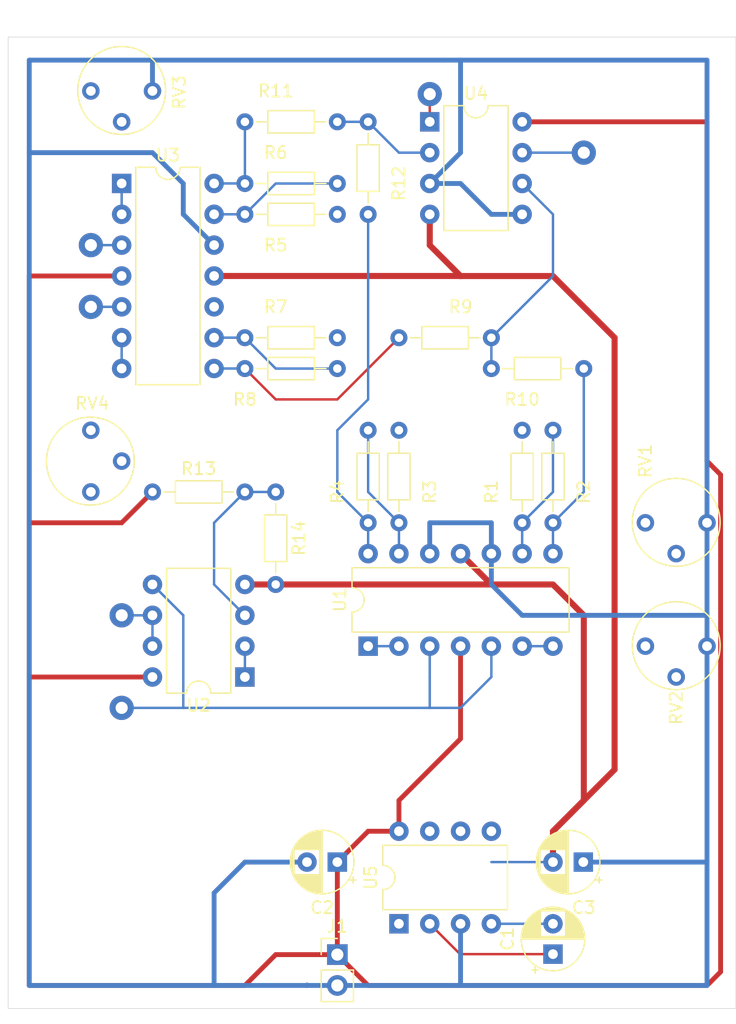
<source format=kicad_pcb>
(kicad_pcb (version 20240108) (generator "pcbnew") (generator_version "8.0")
  (layers (0 "F.Cu" signal) (31 "B.Cu" signal) (34 "B.Paste" user) (35 "F.Paste" user) (36 "B.SilkS" user "B.Silkscreen") (37 "F.SilkS" user "F.Silkscreen") (38 "B.Mask" user) (39 "F.Mask" user) (44 "Edge.Cuts" user))
  (net 0 "")
  (net 1 "Net-(R1-Pad2)")
  (net 2 "Net-(U1D--)")
  (net 3 "/Dry2")
  (net 4 "Net-(U1C--)")
  (net 5 "Net-(R3-Pad2)")
  (net 6 "/Dry1")
  (net 7 "Net-(R5-Pad2)")
  (net 8 "Net-(U3C--)")
  (net 9 "/WetR_Inv")
  (net 10 "Net-(U3D--)")
  (net 11 "Net-(R7-Pad2)")
  (net 12 "/WetL_Inv")
  (net 13 "Net-(U4A--)")
  (net 14 "Net-(U4B--)")
  (net 15 "GND")
  (net 16 "Net-(U1A--)")
  (net 17 "Net-(U3B--)")
  (net 18 "Net-(U3A--)")
  (net 19 "Net-(U1B--)")
  (net 20 "+9V")
  (net 21 "Net-(U5-CAP+)")
  (net 23 "Net-(U5-CAP-)")
  (net 25 "-8V")
  (net 27 "/Dry_In")
  (net 28 "/WDR_Out")
  (net 29 "/Wet_Left_In")
  (net 30 "/Wet_Right_In")
  (net 31 "/WDL_Out")
  (net 32 "/Dry_Buffered_Bypass")
  (net 33 "Net-(U2A-+)")
  (net 34 "Net-(U2A--)")
  (footprint "Package_DIP:DIP-8_W7.62mm" (layer "F.Cu") (at 149.86 88.9 180)
    (property "Reference" "U2" (at 3.81 -2.33 360) (layer "F.SilkS"))
    (property "Value" "TL072")
    (pad "1" thru_hole rect (at 0 0 180) (size 1.6 1.6) (drill 0.8) (layers "*.Cu" "*.Mask") (net 34 "Net-(U2A--)"))
    (pad "2" thru_hole oval (at 0 2.54 180) (size 1.6 1.6) (drill 0.8) (layers "*.Cu" "*.Mask") (net 34 "Net-(U2A--)"))
    (pad "3" thru_hole oval (at 0 5.08 180) (size 1.6 1.6) (drill 0.8) (layers "*.Cu" "*.Mask") (net 33 "Net-(U2A-+)"))
    (pad "4" thru_hole oval (at 0 7.62 180) (size 1.6 1.6) (drill 0.8) (layers "*.Cu" "*.Mask") (net 25 "-8V"))
    (pad "5" thru_hole oval (at 7.62 7.62 180) (size 1.6 1.6) (drill 0.8) (layers "*.Cu" "*.Mask") (net 27 "/Dry_In"))
    (pad "6" thru_hole oval (at 7.62 5.08 180) (size 1.6 1.6) (drill 0.8) (layers "*.Cu" "*.Mask") (net 32 "/Dry_Buffered_Bypass"))
    (pad "7" thru_hole oval (at 7.62 2.54 180) (size 1.6 1.6) (drill 0.8) (layers "*.Cu" "*.Mask") (net 32 "/Dry_Buffered_Bypass"))
    (pad "8" thru_hole oval (at 7.62 0 180) (size 1.6 1.6) (drill 0.8) (layers "*.Cu" "*.Mask") (net 20 "+9V"))
  )
  (footprint "Package_DIP:DIP-8_W7.62mm" (layer "F.Cu") (at 165.1 43.18)
    (property "Reference" "U4" (at 3.81 -2.33 0) (layer "F.SilkS"))
    (property "Value" "TL072")
    (pad "1" thru_hole rect (at 0 0) (size 1.6 1.6) (drill 0.8) (layers "*.Cu" "*.Mask") (net 31 "/WDL_Out"))
    (pad "2" thru_hole oval (at 0 2.54) (size 1.6 1.6) (drill 0.8) (layers "*.Cu" "*.Mask") (net 13 "Net-(U4A--)"))
    (pad "3" thru_hole oval (at 0 5.08) (size 1.6 1.6) (drill 0.8) (layers "*.Cu" "*.Mask") (net 15 "GND"))
    (pad "4" thru_hole oval (at 0 7.62) (size 1.6 1.6) (drill 0.8) (layers "*.Cu" "*.Mask") (net 25 "-8V"))
    (pad "5" thru_hole oval (at 7.62 7.62) (size 1.6 1.6) (drill 0.8) (layers "*.Cu" "*.Mask") (net 15 "GND"))
    (pad "6" thru_hole oval (at 7.62 5.08) (size 1.6 1.6) (drill 0.8) (layers "*.Cu" "*.Mask") (net 14 "Net-(U4B--)"))
    (pad "7" thru_hole oval (at 7.62 2.54) (size 1.6 1.6) (drill 0.8) (layers "*.Cu" "*.Mask") (net 28 "/WDR_Out"))
    (pad "8" thru_hole oval (at 7.62 0) (size 1.6 1.6) (drill 0.8) (layers "*.Cu" "*.Mask") (net 20 "+9V"))
  )
  (footprint "Resistor_THT:R_Axial_DIN0204_L3.6mm_D1.6mm_P7.62mm_Horizontal" (layer "F.Cu") (at 170.18 60.96 180)
    (property "Reference" "R9" (at 2.54 2.54 0) (layer "F.SilkS"))
    (property "Value" "R_US")
    (pad "1" thru_hole circle (at 0 0 180) (size 1.4 1.4) (drill 0.7) (layers "*.Cu" "*.Mask") (net 14 "Net-(U4B--)"))
    (pad "2" thru_hole oval (at 7.62 0 180) (size 1.4 1.4) (drill 0.7) (layers "*.Cu" "*.Mask") (net 12 "/WetL_Inv"))
  )
  (footprint "Resistor_THT:R_Axial_DIN0204_L3.6mm_D1.6mm_P7.62mm_Horizontal" (layer "F.Cu") (at 160.02 76.2 90)
    (property "Reference" "R4" (at 2.54 -2.54 90) (layer "F.SilkS"))
    (property "Value" "R_US")
    (pad "1" thru_hole circle (at 0 0 90) (size 1.4 1.4) (drill 0.7) (layers "*.Cu" "*.Mask") (net 3 "/Dry2"))
    (pad "2" thru_hole oval (at 7.62 0 90) (size 1.4 1.4) (drill 0.7) (layers "*.Cu" "*.Mask") (net 2 "Net-(U1D--)"))
  )
  (footprint "Resistor_THT:R_Axial_DIN0204_L3.6mm_D1.6mm_P7.62mm_Horizontal" (layer "F.Cu") (at 160.02 43.18 -90)
    (property "Reference" "R12" (at 5.08 -2.54 90) (layer "F.SilkS"))
    (property "Value" "R_US")
    (pad "1" thru_hole circle (at 0 0 270) (size 1.4 1.4) (drill 0.7) (layers "*.Cu" "*.Mask") (net 13 "Net-(U4A--)"))
    (pad "2" thru_hole oval (at 7.62 0 270) (size 1.4 1.4) (drill 0.7) (layers "*.Cu" "*.Mask") (net 3 "/Dry2"))
  )
  (footprint "Resistor_THT:R_Axial_DIN0204_L3.6mm_D1.6mm_P7.62mm_Horizontal" (layer "F.Cu") (at 149.86 50.8)
    (property "Reference" "R5" (at 2.54 2.54 0) (layer "F.SilkS"))
    (property "Value" "R_US")
    (pad "1" thru_hole circle (at 0 0) (size 1.4 1.4) (drill 0.7) (layers "*.Cu" "*.Mask") (net 10 "Net-(U3D--)"))
    (pad "2" thru_hole oval (at 7.62 0) (size 1.4 1.4) (drill 0.7) (layers "*.Cu" "*.Mask") (net 7 "Net-(R5-Pad2)"))
  )
  (footprint "Resistor_THT:R_Axial_DIN0204_L3.6mm_D1.6mm_P7.62mm_Horizontal" (layer "F.Cu") (at 152.4 73.66 -90)
    (property "Reference" "R14" (at 3.81 -1.92 90) (layer "F.SilkS"))
    (property "Value" "R_US")
    (pad "1" thru_hole circle (at 0 0 270) (size 1.4 1.4) (drill 0.7) (layers "*.Cu" "*.Mask") (net 33 "Net-(U2A-+)"))
    (pad "2" thru_hole oval (at 7.62 0 270) (size 1.4 1.4) (drill 0.7) (layers "*.Cu" "*.Mask") (net 25 "-8V"))
  )
  (footprint "Resistor_THT:R_Axial_DIN0204_L3.6mm_D1.6mm_P7.62mm_Horizontal" (layer "F.Cu") (at 172.72 76.2 90)
    (property "Reference" "R1" (at 2.54 -2.54 90) (layer "F.SilkS"))
    (property "Value" "R_US")
    (pad "1" thru_hole circle (at 0 0 90) (size 1.4 1.4) (drill 0.7) (layers "*.Cu" "*.Mask") (net 4 "Net-(U1C--)"))
    (pad "2" thru_hole oval (at 7.62 0 90) (size 1.4 1.4) (drill 0.7) (layers "*.Cu" "*.Mask") (net 1 "Net-(R1-Pad2)"))
  )
  (footprint "Capacitor_THT:CP_Radial_D5.0mm_P2.50mm" (layer "F.Cu") (at 177.76 104.14 180)
    (property "Reference" "C3" (at -0.04 -3.75 0) (layer "F.SilkS"))
    (property "Value" "C_Polarized_US")
    (pad "1" thru_hole rect (at 0 0 180) (size 1.6 1.6) (drill 0.8) (layers "*.Cu" "*.Mask") (net 15 "GND"))
    (pad "2" thru_hole circle (at 2.5 0 180) (size 1.6 1.6) (drill 0.8) (layers "*.Cu" "*.Mask") (net 25 "-8V"))
  )
  (footprint "Package_DIP:DIP-8_W7.62mm" (layer "F.Cu") (at 162.56 109.22 90)
    (property "Reference" "U5" (at 3.81 -2.33 90) (layer "F.SilkS"))
    (property "Value" "LT1054")
    (pad "1" thru_hole rect (at 0 0 90) (size 1.6 1.6) (drill 0.8) (layers "*.Cu" "*.Mask"))
    (pad "2" thru_hole oval (at 0 2.54 90) (size 1.6 1.6) (drill 0.8) (layers "*.Cu" "*.Mask") (net 21 "Net-(U5-CAP+)"))
    (pad "3" thru_hole oval (at 0 5.08 90) (size 1.6 1.6) (drill 0.8) (layers "*.Cu" "*.Mask") (net 15 "GND"))
    (pad "4" thru_hole oval (at 0 7.62 90) (size 1.6 1.6) (drill 0.8) (layers "*.Cu" "*.Mask") (net 23 "Net-(U5-CAP-)"))
    (pad "5" thru_hole oval (at 7.62 7.62 90) (size 1.6 1.6) (drill 0.8) (layers "*.Cu" "*.Mask") (net 25 "-8V"))
    (pad "6" thru_hole oval (at 7.62 5.08 90) (size 1.6 1.6) (drill 0.8) (layers "*.Cu" "*.Mask"))
    (pad "7" thru_hole oval (at 7.62 2.54 90) (size 1.6 1.6) (drill 0.8) (layers "*.Cu" "*.Mask"))
    (pad "8" thru_hole oval (at 7.62 0 90) (size 1.6 1.6) (drill 0.8) (layers "*.Cu" "*.Mask") (net 20 "+9V"))
  )
  (footprint "Resistor_THT:R_Axial_DIN0204_L3.6mm_D1.6mm_P7.62mm_Horizontal" (layer "F.Cu") (at 149.86 63.5)
    (property "Reference" "R8" (at 0 2.54 0) (layer "F.SilkS"))
    (property "Value" "R_US")
    (pad "1" thru_hole circle (at 0 0) (size 1.4 1.4) (drill 0.7) (layers "*.Cu" "*.Mask") (net 12 "/WetL_Inv"))
    (pad "2" thru_hole oval (at 7.62 0) (size 1.4 1.4) (drill 0.7) (layers "*.Cu" "*.Mask") (net 8 "Net-(U3C--)"))
  )
  (footprint "Resistor_THT:R_Axial_DIN0204_L3.6mm_D1.6mm_P7.62mm_Horizontal" (layer "F.Cu") (at 157.48 43.18 180)
    (property "Reference" "R11" (at 5.08 2.54 0) (layer "F.SilkS"))
    (property "Value" "R_US")
    (pad "1" thru_hole circle (at 0 0 180) (size 1.4 1.4) (drill 0.7) (layers "*.Cu" "*.Mask") (net 13 "Net-(U4A--)"))
    (pad "2" thru_hole oval (at 7.62 0 180) (size 1.4 1.4) (drill 0.7) (layers "*.Cu" "*.Mask") (net 9 "/WetR_Inv"))
  )
  (footprint "Resistor_THT:R_Axial_DIN0204_L3.6mm_D1.6mm_P7.62mm_Horizontal" (layer "F.Cu") (at 149.86 60.96)
    (property "Reference" "R7" (at 2.54 -2.54 0) (layer "F.SilkS"))
    (property "Value" "R_US")
    (pad "1" thru_hole circle (at 0 0) (size 1.4 1.4) (drill 0.7) (layers "*.Cu" "*.Mask") (net 8 "Net-(U3C--)"))
    (pad "2" thru_hole oval (at 7.62 0) (size 1.4 1.4) (drill 0.7) (layers "*.Cu" "*.Mask") (net 11 "Net-(R7-Pad2)"))
  )
  (footprint "Resistor_THT:R_Axial_DIN0204_L3.6mm_D1.6mm_P7.62mm_Horizontal" (layer "F.Cu") (at 142.24 73.66)
    (property "Reference" "R13" (at 3.81 -1.92 360) (layer "F.SilkS"))
    (property "Value" "R_US")
    (pad "1" thru_hole circle (at 0 0) (size 1.4 1.4) (drill 0.7) (layers "*.Cu" "*.Mask") (net 20 "+9V"))
    (pad "2" thru_hole oval (at 7.62 0) (size 1.4 1.4) (drill 0.7) (layers "*.Cu" "*.Mask") (net 33 "Net-(U2A-+)"))
  )
  (footprint "Connector_PinHeader_2.54mm:PinHeader_1x02_P2.54mm_Vertical" (layer "F.Cu") (at 157.48 111.76)
    (property "Reference" "J1" (at 0 -2.33 0) (layer "F.SilkS"))
    (property "Value" "Conn_01x02")
    (pad "1" thru_hole rect (at 0 0) (size 1.7 1.7) (drill 1) (layers "*.Cu" "*.Mask") (net 20 "+9V"))
    (pad "2" thru_hole oval (at 0 2.54) (size 1.7 1.7) (drill 1) (layers "*.Cu" "*.Mask") (net 15 "GND"))
  )
  (footprint "Potentiometer_THT:Potentiometer_Vishay_T7-YA_Single_Vertical" (layer "F.Cu") (at 182.88 86.36 -90)
    (property "Reference" "RV2" (at 5.08 -2.54 90) (layer "F.SilkS"))
    (property "Value" "R_Potentiometer_US")
    (pad "1" thru_hole circle (at 0 0 270) (size 1.44 1.44) (drill 0.8) (layers "*.Cu" "*.Mask") (net 19 "Net-(U1B--)"))
    (pad "2" thru_hole circle (at 2.54 -2.54 270) (size 1.44 1.44) (drill 0.8) (layers "*.Cu" "*.Mask") (net 1 "Net-(R1-Pad2)"))
    (pad "3" thru_hole circle (at 0 -5.08 270) (size 1.44 1.44) (drill 0.8) (layers "*.Cu" "*.Mask") (net 15 "GND"))
  )
  (footprint "Package_DIP:DIP-14_W7.62mm" (layer "F.Cu") (at 139.7 48.255)
    (property "Reference" "U3" (at 3.81 -2.33 0) (layer "F.SilkS"))
    (property "Value" "TL074")
    (pad "1" thru_hole rect (at 0 0) (size 1.6 1.6) (drill 0.8) (layers "*.Cu" "*.Mask") (net 18 "Net-(U3A--)"))
    (pad "2" thru_hole oval (at 0 2.54) (size 1.6 1.6) (drill 0.8) (layers "*.Cu" "*.Mask") (net 18 "Net-(U3A--)"))
    (pad "3" thru_hole oval (at 0 5.08) (size 1.6 1.6) (drill 0.8) (layers "*.Cu" "*.Mask") (net 30 "/Wet_Right_In"))
    (pad "4" thru_hole oval (at 0 7.62) (size 1.6 1.6) (drill 0.8) (layers "*.Cu" "*.Mask") (net 20 "+9V"))
    (pad "5" thru_hole oval (at 0 10.16) (size 1.6 1.6) (drill 0.8) (layers "*.Cu" "*.Mask") (net 29 "/Wet_Left_In"))
    (pad "6" thru_hole oval (at 0 12.7) (size 1.6 1.6) (drill 0.8) (layers "*.Cu" "*.Mask") (net 17 "Net-(U3B--)"))
    (pad "7" thru_hole oval (at 0 15.24) (size 1.6 1.6) (drill 0.8) (layers "*.Cu" "*.Mask") (net 17 "Net-(U3B--)"))
    (pad "8" thru_hole oval (at 7.62 15.24) (size 1.6 1.6) (drill 0.8) (layers "*.Cu" "*.Mask") (net 12 "/WetL_Inv"))
    (pad "9" thru_hole oval (at 7.62 12.7) (size 1.6 1.6) (drill 0.8) (layers "*.Cu" "*.Mask") (net 8 "Net-(U3C--)"))
    (pad "10" thru_hole oval (at 7.62 10.16) (size 1.6 1.6) (drill 0.8) (layers "*.Cu" "*.Mask") (net 15 "GND"))
    (pad "11" thru_hole oval (at 7.62 7.62) (size 1.6 1.6) (drill 0.8) (layers "*.Cu" "*.Mask") (net 25 "-8V"))
    (pad "12" thru_hole oval (at 7.62 5.08) (size 1.6 1.6) (drill 0.8) (layers "*.Cu" "*.Mask") (net 15 "GND"))
    (pad "13" thru_hole oval (at 7.62 2.54) (size 1.6 1.6) (drill 0.8) (layers "*.Cu" "*.Mask") (net 10 "Net-(U3D--)"))
    (pad "14" thru_hole oval (at 7.62 0) (size 1.6 1.6) (drill 0.8) (layers "*.Cu" "*.Mask") (net 9 "/WetR_Inv"))
  )
  (footprint "Package_DIP:DIP-14_W7.62mm" (layer "F.Cu") (at 160.02 86.36 90)
    (property "Reference" "U1" (at 3.81 -2.33 90) (layer "F.SilkS"))
    (property "Value" "TL074")
    (pad "1" thru_hole rect (at 0 0 90) (size 1.6 1.6) (drill 0.8) (layers "*.Cu" "*.Mask") (net 16 "Net-(U1A--)"))
    (pad "2" thru_hole oval (at 0 2.54 90) (size 1.6 1.6) (drill 0.8) (layers "*.Cu" "*.Mask") (net 16 "Net-(U1A--)"))
    (pad "3" thru_hole oval (at 0 5.08 90) (size 1.6 1.6) (drill 0.8) (layers "*.Cu" "*.Mask") (net 27 "/Dry_In"))
    (pad "4" thru_hole oval (at 0 7.62 90) (size 1.6 1.6) (drill 0.8) (layers "*.Cu" "*.Mask") (net 20 "+9V"))
    (pad "5" thru_hole oval (at 0 10.16 90) (size 1.6 1.6) (drill 0.8) (layers "*.Cu" "*.Mask") (net 27 "/Dry_In"))
    (pad "6" thru_hole oval (at 0 12.7 90) (size 1.6 1.6) (drill 0.8) (layers "*.Cu" "*.Mask") (net 19 "Net-(U1B--)"))
    (pad "7" thru_hole oval (at 0 15.24 90) (size 1.6 1.6) (drill 0.8) (layers "*.Cu" "*.Mask") (net 19 "Net-(U1B--)"))
    (pad "8" thru_hole oval (at 7.62 15.24 90) (size 1.6 1.6) (drill 0.8) (layers "*.Cu" "*.Mask") (net 6 "/Dry1"))
    (pad "9" thru_hole oval (at 7.62 12.7 90) (size 1.6 1.6) (drill 0.8) (layers "*.Cu" "*.Mask") (net 4 "Net-(U1C--)"))
    (pad "10" thru_hole oval (at 7.62 10.16 90) (size 1.6 1.6) (drill 0.8) (layers "*.Cu" "*.Mask") (net 15 "GND"))
    (pad "11" thru_hole oval (at 7.62 7.62 90) (size 1.6 1.6) (drill 0.8) (layers "*.Cu" "*.Mask") (net 25 "-8V"))
    (pad "12" thru_hole oval (at 7.62 5.08 90) (size 1.6 1.6) (drill 0.8) (layers "*.Cu" "*.Mask") (net 15 "GND"))
    (pad "13" thru_hole oval (at 7.62 2.54 90) (size 1.6 1.6) (drill 0.8) (layers "*.Cu" "*.Mask") (net 2 "Net-(U1D--)"))
    (pad "14" thru_hole oval (at 7.62 0 90) (size 1.6 1.6) (drill 0.8) (layers "*.Cu" "*.Mask") (net 3 "/Dry2"))
  )
  (footprint "Potentiometer_THT:Potentiometer_Vishay_T7-YA_Single_Vertical" (layer "F.Cu") (at 137.16 73.66)
    (property "Reference" "RV4" (at 0.11 -7.29 0) (layer "F.SilkS"))
    (property "Value" "R_Potentiometer_US")
    (pad "1" thru_hole circle (at 0 0) (size 1.44 1.44) (drill 0.8) (layers "*.Cu" "*.Mask") (net 17 "Net-(U3B--)"))
    (pad "2" thru_hole circle (at 2.54 -2.54) (size 1.44 1.44) (drill 0.8) (layers "*.Cu" "*.Mask") (net 11 "Net-(R7-Pad2)"))
    (pad "3" thru_hole circle (at 0 -5.08) (size 1.44 1.44) (drill 0.8) (layers "*.Cu" "*.Mask") (net 15 "GND"))
  )
  (footprint "Resistor_THT:R_Axial_DIN0204_L3.6mm_D1.6mm_P7.62mm_Horizontal" (layer "F.Cu") (at 162.56 76.2 90)
    (property "Reference" "R3" (at 2.54 2.54 90) (layer "F.SilkS"))
    (property "Value" "R_US")
    (pad "1" thru_hole circle (at 0 0 90) (size 1.4 1.4) (drill 0.7) (layers "*.Cu" "*.Mask") (net 2 "Net-(U1D--)"))
    (pad "2" thru_hole oval (at 7.62 0 90) (size 1.4 1.4) (drill 0.7) (layers "*.Cu" "*.Mask") (net 5 "Net-(R3-Pad2)"))
  )
  (footprint "Capacitor_THT:CP_Radial_D5.0mm_P2.50mm" (layer "F.Cu") (at 175.26 111.72 90)
    (property "Reference" "C1" (at 1.25 -3.75 90) (layer "F.SilkS"))
    (property "Value" "C_Polarized_US")
    (pad "1" thru_hole rect (at 0 0 90) (size 1.6 1.6) (drill 0.8) (layers "*.Cu" "*.Mask") (net 21 "Net-(U5-CAP+)"))
    (pad "2" thru_hole circle (at 2.5 0 90) (size 1.6 1.6) (drill 0.8) (layers "*.Cu" "*.Mask") (net 23 "Net-(U5-CAP-)"))
  )
  (footprint "Capacitor_THT:CP_Radial_D5.0mm_P2.50mm" (layer "F.Cu") (at 157.48 104.14 180)
    (property "Reference" "C2" (at 1.25 -3.75 0) (layer "F.SilkS"))
    (property "Value" "C_Polarized_US")
    (pad "1" thru_hole rect (at 0 0 180) (size 1.6 1.6) (drill 0.8) (layers "*.Cu" "*.Mask") (net 20 "+9V"))
    (pad "2" thru_hole circle (at 2.5 0 180) (size 1.6 1.6) (drill 0.8) (layers "*.Cu" "*.Mask") (net 15 "GND"))
  )
  (footprint "Potentiometer_THT:Potentiometer_Vishay_T7-YA_Single_Vertical" (layer "F.Cu") (at 182.88 76.2 -90)
    (property "Reference" "RV1" (at -5.08 0 90) (layer "F.SilkS"))
    (property "Value" "R_Potentiometer_US")
    (pad "1" thru_hole circle (at 0 0 270) (size 1.44 1.44) (drill 0.8) (layers "*.Cu" "*.Mask") (net 16 "Net-(U1A--)"))
    (pad "2" thru_hole circle (at 2.54 -2.54 270) (size 1.44 1.44) (drill 0.8) (layers "*.Cu" "*.Mask") (net 5 "Net-(R3-Pad2)"))
    (pad "3" thru_hole circle (at 0 -5.08 270) (size 1.44 1.44) (drill 0.8) (layers "*.Cu" "*.Mask") (net 15 "GND"))
  )
  (footprint "Resistor_THT:R_Axial_DIN0204_L3.6mm_D1.6mm_P7.62mm_Horizontal" (layer "F.Cu") (at 170.18 63.5)
    (property "Reference" "R10" (at 2.54 2.54 0) (layer "F.SilkS"))
    (property "Value" "R_US")
    (pad "1" thru_hole circle (at 0 0) (size 1.4 1.4) (drill 0.7) (layers "*.Cu" "*.Mask") (net 14 "Net-(U4B--)"))
    (pad "2" thru_hole oval (at 7.62 0) (size 1.4 1.4) (drill 0.7) (layers "*.Cu" "*.Mask") (net 6 "/Dry1"))
  )
  (footprint "Potentiometer_THT:Potentiometer_Vishay_T7-YA_Single_Vertical" (layer "F.Cu") (at 137.16 40.64 -90)
    (property "Reference" "RV3" (at 0.11 -7.29 90) (layer "F.SilkS"))
    (property "Value" "R_Potentiometer_US")
    (pad "1" thru_hole circle (at 0 0 270) (size 1.44 1.44) (drill 0.8) (layers "*.Cu" "*.Mask") (net 18 "Net-(U3A--)"))
    (pad "2" thru_hole circle (at 2.54 -2.54 270) (size 1.44 1.44) (drill 0.8) (layers "*.Cu" "*.Mask") (net 7 "Net-(R5-Pad2)"))
    (pad "3" thru_hole circle (at 0 -5.08 270) (size 1.44 1.44) (drill 0.8) (layers "*.Cu" "*.Mask") (net 15 "GND"))
  )
  (footprint "Resistor_THT:R_Axial_DIN0204_L3.6mm_D1.6mm_P7.62mm_Horizontal" (layer "F.Cu") (at 175.26 76.2 90)
    (property "Reference" "R2" (at 2.54 2.54 90) (layer "F.SilkS"))
    (property "Value" "R_US")
    (pad "1" thru_hole circle (at 0 0 90) (size 1.4 1.4) (drill 0.7) (layers "*.Cu" "*.Mask") (net 6 "/Dry1"))
    (pad "2" thru_hole oval (at 7.62 0 90) (size 1.4 1.4) (drill 0.7) (layers "*.Cu" "*.Mask") (net 4 "Net-(U1C--)"))
  )
  (footprint "Resistor_THT:R_Axial_DIN0204_L3.6mm_D1.6mm_P7.62mm_Horizontal" (layer "F.Cu") (at 149.86 48.26)
    (property "Reference" "R6" (at 2.54 -2.54 0) (layer "F.SilkS"))
    (property "Value" "R_US")
    (pad "1" thru_hole circle (at 0 0) (size 1.4 1.4) (drill 0.7) (layers "*.Cu" "*.Mask") (net 9 "/WetR_Inv"))
    (pad "2" thru_hole oval (at 7.62 0) (size 1.4 1.4) (drill 0.7) (layers "*.Cu" "*.Mask") (net 10 "Net-(U3D--)"))
  )
  (gr_rect (start 130.34 36.2) (end 190.34 116.2) (stroke (width 0.05)) (fill none) (layer "Edge.Cuts"))
  (segment (start 162.56 76.2) (end 162.56 78.74) (width 0.2) (layer "B.Cu") (net 2))
  (segment (start 160.02 73.66) (end 162.56 76.2) (width 0.2) (layer "B.Cu") (net 2))
  (segment (start 160.02 68.58) (end 160.02 73.66) (width 0.2) (layer "B.Cu") (net 2))
  (segment (start 160.02 66.04) (end 160.02 50.8) (width 0.2) (layer "B.Cu") (net 3))
  (segment (start 160.02 76.2) (end 157.48 73.66) (width 0.2) (layer "B.Cu") (net 3))
  (segment (start 157.48 68.58) (end 160.02 66.04) (width 0.2) (layer "B.Cu") (net 3))
  (segment (start 157.48 73.66) (end 157.48 68.58) (width 0.2) (layer "B.Cu") (net 3))
  (segment (start 160.02 76.2) (end 160.02 78.74) (width 0.2) (layer "B.Cu") (net 3))
  (segment (start 175.26 73.66) (end 175.26 68.58) (width 0.2) (layer "B.Cu") (net 4))
  (segment (start 172.72 78.74) (end 172.72 76.2) (width 0.2) (layer "B.Cu") (net 4))
  (segment (start 172.72 76.2) (end 175.26 73.66) (width 0.2) (layer "B.Cu") (net 4))
  (segment (start 175.26 76.2) (end 177.8 73.66) (width 0.2) (layer "B.Cu") (net 6))
  (segment (start 177.8 73.66) (end 177.8 63.5) (width 0.2) (layer "B.Cu") (net 6))
  (segment (start 175.26 78.74) (end 175.26 76.2) (width 0.2) (layer "B.Cu") (net 6))
  (segment (start 149.855 60.955) (end 149.86 60.96) (width 0.2) (layer "B.Cu") (net 8))
  (segment (start 152.4 63.5) (end 149.86 60.96) (width 0.2) (layer "B.Cu") (net 8))
  (segment (start 147.32 60.955) (end 149.855 60.955) (width 0.2) (layer "B.Cu") (net 8))
  (segment (start 157.48 63.5) (end 152.4 63.5) (width 0.2) (layer "B.Cu") (net 8))
  (segment (start 149.86 48.26) (end 149.86 43.18) (width 0.2) (layer "B.Cu") (net 9))
  (segment (start 149.855 48.255) (end 149.86 48.26) (width 0.2) (layer "B.Cu") (net 9))
  (segment (start 147.32 48.255) (end 149.855 48.255) (width 0.2) (layer "B.Cu") (net 9))
  (segment (start 147.32 50.795) (end 149.855 50.795) (width 0.2) (layer "B.Cu") (net 10))
  (segment (start 149.855 50.795) (end 149.86 50.8) (width 0.2) (layer "B.Cu") (net 10))
  (segment (start 152.4 48.26) (end 149.86 50.8) (width 0.2) (layer "B.Cu") (net 10))
  (segment (start 157.48 48.26) (end 152.4 48.26) (width 0.2) (layer "B.Cu") (net 10))
  (segment (start 157.48 66.04) (end 162.56 60.96) (width 0.2) (layer "F.Cu") (net 12))
  (segment (start 152.4 66.04) (end 157.48 66.04) (width 0.2) (layer "F.Cu") (net 12))
  (segment (start 149.86 63.5) (end 152.4 66.04) (width 0.2) (layer "F.Cu") (net 12))
  (segment (start 147.32 63.495) (end 149.855 63.495) (width 0.2) (layer "B.Cu") (net 12))
  (segment (start 149.855 63.495) (end 149.86 63.5) (width 0.2) (layer "B.Cu") (net 12))
  (segment (start 157.48 43.18) (end 160.02 43.18) (width 0.2) (layer "B.Cu") (net 13))
  (segment (start 160.02 43.18) (end 162.56 45.72) (width 0.2) (layer "B.Cu") (net 13))
  (segment (start 162.56 45.72) (end 165.1 45.72) (width 0.2) (layer "B.Cu") (net 13))
  (segment (start 175.26 55.88) (end 175.26 50.8) (width 0.2) (layer "B.Cu") (net 14))
  (segment (start 170.18 63.5) (end 170.18 60.96) (width 0.2) (layer "B.Cu") (net 14))
  (segment (start 175.26 50.8) (end 172.72 48.26) (width 0.2) (layer "B.Cu") (net 14))
  (segment (start 170.18 60.96) (end 175.26 55.88) (width 0.2) (layer "B.Cu") (net 14))
  (segment (start 165.1 48.26) (end 167.64 48.26) (width 0.4) (layer "B.Cu") (net 15))
  (segment (start 167.64 114.3) (end 187.96 114.3) (width 0.4) (layer "B.Cu") (net 15))
  (segment (start 132.08 38.1) (end 142.24 38.1) (width 0.4) (layer "B.Cu") (net 15))
  (segment (start 144.78 50.8) (end 144.78 48.26) (width 0.4) (layer "B.Cu") (net 15))
  (segment (start 167.64 38.1) (end 187.96 38.1) (width 0.4) (layer "B.Cu") (net 15))
  (segment (start 165.1 76.2) (end 170.18 76.2) (width 0.4) (layer "B.Cu") (net 15))
  (segment (start 167.64 114.3) (end 167.64 109.22) (width 0.4) (layer "B.Cu") (net 15))
  (segment (start 147.32 114.3) (end 132.08 114.3) (width 0.4) (layer "B.Cu") (net 15))
  (segment (start 170.18 76.2) (end 170.18 78.74) (width 0.4) (layer "B.Cu") (net 15))
  (segment (start 172.72 83.82) (end 187.96 83.82) (width 0.4) (layer "B.Cu") (net 15))
  (segment (start 167.64 45.72) (end 167.64 38.1) (width 0.4) (layer "B.Cu") (net 15))
  (segment (start 170.18 50.8) (end 172.72 50.8) (width 0.4) (layer "B.Cu") (net 15))
  (segment (start 167.64 48.26) (end 170.18 50.8) (width 0.4) (layer "B.Cu") (net 15))
  (segment (start 132.08 45.72) (end 132.08 114.3) (width 0.4) (layer "B.Cu") (net 15))
  (segment (start 187.96 104.14) (end 177.76 104.14) (width 0.4) (layer "B.Cu") (net 15))
  (segment (start 132.08 45.72) (end 132.08 38.1) (width 0.4) (layer "B.Cu") (net 15))
  (segment (start 166.24 38.1) (end 167.64 38.1) (width 0.4) (layer "B.Cu") (net 15))
  (segment (start 165.1 78.74) (end 165.1 76.2) (width 0.4) (layer "B.Cu") (net 15))
  (segment (start 154.98 114.26) (end 154.94 114.3) (width 0.4) (layer "B.Cu") (net 15))
  (segment (start 142.24 38.1) (end 166.24 38.1) (width 0.4) (layer "B.Cu") (net 15))
  (segment (start 144.78 48.26) (end 142.24 45.72) (width 0.4) (layer "B.Cu") (net 15))
  (segment (start 187.96 38.1) (end 187.96 76.2) (width 0.4) (layer "B.Cu") (net 15))
  (segment (start 170.18 78.74) (end 170.18 81.28) (width 0.4) (layer "B.Cu") (net 15))
  (segment (start 142.24 38.1) (end 142.24 40.64) (width 0.4) (layer "B.Cu") (net 15))
  (segment (start 187.96 104.14) (end 187.96 86.36) (width 0.4) (layer "B.Cu") (net 15))
  (segment (start 149.86 104.14) (end 147.32 106.68) (width 0.4) (layer "B.Cu") (net 15))
  (segment (start 187.96 86.36) (end 187.96 83.82) (width 0.4) (layer "B.Cu") (net 15))
  (segment (start 157.48 114.3) (end 167.64 114.3) (width 0.4) (layer "B.Cu") (net 15))
  (segment (start 154.98 104.14) (end 149.86 104.14) (width 0.4) (layer "B.Cu") (net 15))
  (segment (start 170.18 81.28) (end 172.72 83.82) (width 0.4) (layer "B.Cu") (net 15))
  (segment (start 187.96 83.82) (end 187.96 76.2) (width 0.4) (layer "B.Cu") (net 15))
  (segment (start 147.32 53.335) (end 144.785 50.8) (width 0.4) (layer "B.Cu") (net 15))
  (segment (start 154.94 114.3) (end 147.32 114.3) (width 0.4) (layer "B.Cu") (net 15))
  (segment (start 165.1 48.26) (end 167.64 45.72) (width 0.4) (layer "B.Cu") (net 15))
  (segment (start 142.24 45.72) (end 132.08 45.72) (width 0.4) (layer "B.Cu") (net 15))
  (segment (start 144.785 50.8) (end 144.78 50.8) (width 0.4) (layer "B.Cu") (net 15))
  (segment (start 147.32 106.68) (end 147.32 114.3) (width 0.4) (layer "B.Cu") (net 15))
  (segment (start 187.96 114.3) (end 187.96 104.14) (width 0.4) (layer "B.Cu") (net 15))
  (segment (start 154.94 114.3) (end 157.48 114.3) (width 0.4) (layer "B.Cu") (net 15))
  (segment (start 160.02 86.36) (end 162.56 86.36) (width 0.2) (layer "B.Cu") (net 16))
  (segment (start 139.7 60.955) (end 139.7 63.495) (width 0.2) (layer "B.Cu") (net 17))
  (segment (start 139.7 50.795) (end 139.7 48.255) (width 0.2) (layer "B.Cu") (net 18))
  (segment (start 172.72 86.36) (end 175.26 86.36) (width 0.2) (layer "B.Cu") (net 19))
  (segment (start 142.24 88.9) (end 132.08 88.9) (width 0.4) (layer "F.Cu") (net 20))
  (segment (start 162.56 99.06) (end 162.56 101.6) (width 0.4) (layer "F.Cu") (net 20))
  (segment (start 142.24 73.66) (end 139.7 76.2) (width 0.4) (layer "F.Cu") (net 20))
  (segment (start 157.48 111.76) (end 157.48 104.14) (width 0.4) (layer "F.Cu") (net 20))
  (segment (start 152.4 111.76) (end 157.48 111.76) (width 0.4) (layer "F.Cu") (net 20))
  (segment (start 132.08 76.2) (end 132.08 86.36) (width 0.4) (layer "F.Cu") (net 20))
  (segment (start 187.96 43.18) (end 187.96 71.12) (width 0.4) (layer "F.Cu") (net 20))
  (segment (start 132.08 86.36) (end 132.08 114.3) (width 0.4) (layer "F.Cu") (net 20))
  (segment (start 160.02 101.6) (end 162.56 101.6) (width 0.4) (layer "F.Cu") (net 20))
  (segment (start 167.64 93.98) (end 162.56 99.06) (width 0.4) (layer "F.Cu") (net 20))
  (segment (start 189.08 72.24) (end 189.08 113.18) (width 0.4) (layer "F.Cu") (net 20))
  (segment (start 132.08 76.2) (end 132.08 55.88) (width 0.4) (layer "F.Cu") (net 20))
  (segment (start 132.085 55.875) (end 139.7 55.875) (width 0.4) (layer "F.Cu") (net 20))
  (segment (start 132.08 114.3) (end 149.86 114.3) (width 0.4) (layer "F.Cu") (net 20))
  (segment (start 167.64 86.36) (end 167.64 93.98) (width 0.4) (layer "F.Cu") (net 20))
  (segment (start 189.08 113.18) (end 187.96 114.3) (width 0.4) (layer "F.Cu") (net 20))
  (segment (start 149.86 114.3) (end 152.4 111.76) (width 0.4) (layer "F.Cu") (net 20))
  (segment (start 139.7 76.2) (end 132.08 76.2) (width 0.4) (layer "F.Cu") (net 20))
  (segment (start 187.96 71.12) (end 189.08 72.24) (width 0.4) (layer "F.Cu") (net 20))
  (segment (start 160.02 114.3) (end 157.48 111.76) (width 0.4) (layer "F.Cu") (net 20))
  (segment (start 132.08 55.88) (end 132.085 55.875) (width 0.4) (layer "F.Cu") (net 20))
  (segment (start 172.72 43.18) (end 187.96 43.18) (width 0.4) (layer "F.Cu") (net 20))
  (segment (start 187.96 114.3) (end 160.02 114.3) (width 0.4) (layer "F.Cu") (net 20))
  (segment (start 157.48 104.14) (end 160.02 101.6) (width 0.4) (layer "F.Cu") (net 20))
  (segment (start 167.6 111.72) (end 175.26 111.72) (width 0.2) (layer "F.Cu") (net 21))
  (segment (start 165.1 109.22) (end 167.6 111.72) (width 0.2) (layer "F.Cu") (net 21))
  (segment (start 170.18 109.22) (end 175.26 109.22) (width 0.2) (layer "B.Cu") (net 23))
  (segment (start 165.1 50.8) (end 165.1 53.34) (width 0.5) (layer "F.Cu") (net 25))
  (segment (start 165.1 53.34) (end 167.64 55.88) (width 0.5) (layer "F.Cu") (net 25))
  (segment (start 177.8 83.82) (end 177.8 99.06) (width 0.5) (layer "F.Cu") (net 25))
  (segment (start 167.64 55.88) (end 167.635 55.875) (width 0.5) (layer "F.Cu") (net 25))
  (segment (start 170.18 81.28) (end 149.86 81.28) (width 0.5) (layer "F.Cu") (net 25))
  (segment (start 167.64 55.88) (end 175.26 55.88) (width 0.5) (layer "F.Cu") (net 25))
  (segment (start 170.18 81.28) (end 175.26 81.28) (width 0.5) (layer "F.Cu") (net 25))
  (segment (start 175.26 81.28) (end 177.8 83.82) (width 0.5) (layer "F.Cu") (net 25))
  (segment (start 180.34 96.52) (end 175.26 101.6) (width 0.5) (layer "F.Cu") (net 25))
  (segment (start 180.34 60.96) (end 180.34 96.52) (width 0.5) (layer "F.Cu") (net 25))
  (segment (start 167.635 55.875) (end 147.32 55.875) (width 0.5) (layer "F.Cu") (net 25))
  (segment (start 167.64 78.74) (end 170.18 81.28) (width 0.5) (layer "F.Cu") (net 25))
  (segment (start 175.26 55.88) (end 180.34 60.96) (width 0.5) (layer "F.Cu") (net 25))
  (segment (start 177.8 99.06) (end 175.26 101.6) (width 0.5) (layer "F.Cu") (net 25))
  (segment (start 175.26 101.6) (end 175.26 104.14) (width 0.5) (layer "F.Cu") (net 25))
  (segment (start 175.26 104.14) (end 170.18 104.14) (width 0.2) (layer "B.Cu") (net 25))
  (via (at 139.7 91.44) (size 2) (drill 1) (layers "F.Cu" "B.Cu") (net 27))
  (segment (start 144.78 83.82) (end 144.78 91.44) (width 0.2) (layer "B.Cu") (net 27))
  (segment (start 142.24 81.28) (end 144.78 83.82) (width 0.2) (layer "B.Cu") (net 27))
  (segment (start 170.18 88.9) (end 167.64 91.44) (width 0.2) (layer "B.Cu") (net 27))
  (segment (start 170.18 86.36) (end 170.18 88.9) (width 0.2) (layer "B.Cu") (net 27))
  (segment (start 165.1 88.9) (end 165.1 86.36) (width 0.2) (layer "B.Cu") (net 27))
  (segment (start 167.64 91.44) (end 165.1 91.44) (width 0.2) (layer "B.Cu") (net 27))
  (segment (start 165.1 91.44) (end 165.1 88.9) (width 0.2) (layer "B.Cu") (net 27))
  (segment (start 144.78 91.44) (end 165.1 91.44) (width 0.2) (layer "B.Cu") (net 27))
  (segment (start 139.7 91.44) (end 144.78 91.44) (width 0.2) (layer "B.Cu") (net 27))
  (via (at 177.8 45.72) (size 2) (drill 1) (layers "F.Cu" "B.Cu") (net 28))
  (segment (start 177.8 45.72) (end 172.72 45.72) (width 0.2) (layer "B.Cu") (net 28))
  (via (at 137.16 58.42) (size 2) (drill 1) (layers "F.Cu" "B.Cu") (net 29))
  (segment (start 137.16 58.42) (end 137.165 58.415) (width 0.2) (layer "B.Cu") (net 29))
  (segment (start 137.165 58.415) (end 139.7 58.415) (width 0.2) (layer "B.Cu") (net 29))
  (via (at 137.16 53.335) (size 2) (drill 1) (layers "F.Cu" "B.Cu") (net 30))
  (segment (start 137.16 53.335) (end 139.7 53.335) (width 0.2) (layer "B.Cu") (net 30))
  (segment (start 165.1 43.18) (end 165.1 40.9) (width 0.2) (layer "F.Cu") (net 31))
  (via (at 165.1 40.9) (size 2) (drill 1) (layers "F.Cu" "B.Cu") (net 31))
  (via (at 139.7 83.82) (size 2) (drill 1) (layers "F.Cu" "B.Cu") (net 32))
  (segment (start 142.24 86.36) (end 142.24 83.82) (width 0.2) (layer "B.Cu") (net 32))
  (segment (start 142.24 83.82) (end 139.7 83.82) (width 0.2) (layer "B.Cu") (net 32))
  (segment (start 147.32 76.2) (end 149.86 73.66) (width 0.2) (layer "B.Cu") (net 33))
  (segment (start 152.4 73.66) (end 149.86 73.66) (width 0.2) (layer "B.Cu") (net 33))
  (segment (start 147.32 81.28) (end 147.32 76.2) (width 0.2) (layer "B.Cu") (net 33))
  (segment (start 149.86 83.82) (end 147.32 81.28) (width 0.2) (layer "B.Cu") (net 33))
  (segment (start 149.86 86.36) (end 149.86 88.9) (width 0.2) (layer "B.Cu") (net 34))
)
</source>
